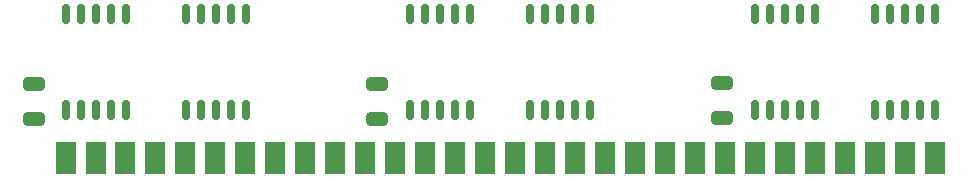
<source format=gbr>
%TF.GenerationSoftware,KiCad,Pcbnew,8.0.6*%
%TF.CreationDate,2024-11-18T20:07:02+11:00*%
%TF.ProjectId,simms,73696d6d-732e-46b6-9963-61645f706362,rev?*%
%TF.SameCoordinates,Original*%
%TF.FileFunction,Paste,Top*%
%TF.FilePolarity,Positive*%
%FSLAX46Y46*%
G04 Gerber Fmt 4.6, Leading zero omitted, Abs format (unit mm)*
G04 Created by KiCad (PCBNEW 8.0.6) date 2024-11-18 20:07:02*
%MOMM*%
%LPD*%
G01*
G04 APERTURE LIST*
G04 Aperture macros list*
%AMRoundRect*
0 Rectangle with rounded corners*
0 $1 Rounding radius*
0 $2 $3 $4 $5 $6 $7 $8 $9 X,Y pos of 4 corners*
0 Add a 4 corners polygon primitive as box body*
4,1,4,$2,$3,$4,$5,$6,$7,$8,$9,$2,$3,0*
0 Add four circle primitives for the rounded corners*
1,1,$1+$1,$2,$3*
1,1,$1+$1,$4,$5*
1,1,$1+$1,$6,$7*
1,1,$1+$1,$8,$9*
0 Add four rect primitives between the rounded corners*
20,1,$1+$1,$2,$3,$4,$5,0*
20,1,$1+$1,$4,$5,$6,$7,0*
20,1,$1+$1,$6,$7,$8,$9,0*
20,1,$1+$1,$8,$9,$2,$3,0*%
G04 Aperture macros list end*
%ADD10R,1.750000X2.750000*%
%ADD11RoundRect,0.150000X0.150000X-0.700000X0.150000X0.700000X-0.150000X0.700000X-0.150000X-0.700000X0*%
%ADD12RoundRect,0.150000X-0.150000X0.700000X-0.150000X-0.700000X0.150000X-0.700000X0.150000X0.700000X0*%
%ADD13RoundRect,0.250000X0.650000X-0.325000X0.650000X0.325000X-0.650000X0.325000X-0.650000X-0.325000X0*%
G04 APERTURE END LIST*
D10*
%TO.C,J1*%
X97596000Y-89800000D03*
X100133931Y-89800000D03*
X102671862Y-89800000D03*
X105209793Y-89800000D03*
X107747724Y-89800000D03*
X110285655Y-89800000D03*
X112823586Y-89800000D03*
X115361517Y-89800000D03*
X117899448Y-89800000D03*
X120437379Y-89800000D03*
X122975310Y-89800000D03*
X125513241Y-89800000D03*
X128051172Y-89800000D03*
X130589103Y-89800000D03*
X133127034Y-89800000D03*
X135664965Y-89800000D03*
X138202896Y-89800000D03*
X140740827Y-89800000D03*
X143278758Y-89800000D03*
X145816689Y-89800000D03*
X148354620Y-89800000D03*
X150892551Y-89800000D03*
X153430482Y-89800000D03*
X155968413Y-89800000D03*
X158506344Y-89800000D03*
X161044275Y-89800000D03*
X163582206Y-89800000D03*
X166120137Y-89800000D03*
X168658068Y-89800000D03*
X171196000Y-89800000D03*
%TD*%
D11*
%TO.C,U2*%
X126776000Y-85688000D03*
X128046000Y-85688000D03*
X129316000Y-85688000D03*
X130586000Y-85688000D03*
X131856000Y-85688000D03*
X136936000Y-85688000D03*
X138206000Y-85688000D03*
X139476000Y-85688000D03*
X140746000Y-85688000D03*
X142016000Y-85688000D03*
D12*
X142016000Y-77538000D03*
X140746000Y-77538000D03*
X139476000Y-77538000D03*
X138206000Y-77538000D03*
X136936000Y-77538000D03*
D11*
X131856000Y-77538000D03*
X130586000Y-77538000D03*
X129316000Y-77538000D03*
X128046000Y-77538000D03*
X126776000Y-77538000D03*
%TD*%
D13*
%TO.C,C3*%
X153200000Y-86350000D03*
X153200000Y-83400000D03*
%TD*%
%TO.C,C2*%
X124000000Y-86475000D03*
X124000000Y-83525000D03*
%TD*%
%TO.C,C1*%
X94900000Y-86450000D03*
X94900000Y-83500000D03*
%TD*%
D11*
%TO.C,U1*%
X97596000Y-85688000D03*
X98866000Y-85688000D03*
X100136000Y-85688000D03*
X101406000Y-85688000D03*
X102676000Y-85688000D03*
X107756000Y-85688000D03*
X109026000Y-85688000D03*
X110296000Y-85688000D03*
X111566000Y-85688000D03*
X112836000Y-85688000D03*
D12*
X112836000Y-77538000D03*
X111566000Y-77538000D03*
X110296000Y-77538000D03*
X109026000Y-77538000D03*
X107756000Y-77538000D03*
D11*
X102676000Y-77538000D03*
X101406000Y-77538000D03*
X100136000Y-77538000D03*
X98866000Y-77538000D03*
X97596000Y-77538000D03*
%TD*%
%TO.C,U3*%
X155956000Y-85688000D03*
X157226000Y-85688000D03*
X158496000Y-85688000D03*
X159766000Y-85688000D03*
X161036000Y-85688000D03*
X166116000Y-85688000D03*
X167386000Y-85688000D03*
X168656000Y-85688000D03*
X169926000Y-85688000D03*
X171196000Y-85688000D03*
D12*
X171196000Y-77538000D03*
X169926000Y-77538000D03*
X168656000Y-77538000D03*
X167386000Y-77538000D03*
X166116000Y-77538000D03*
D11*
X161036000Y-77538000D03*
X159766000Y-77538000D03*
X158496000Y-77538000D03*
X157226000Y-77538000D03*
X155956000Y-77538000D03*
%TD*%
M02*

</source>
